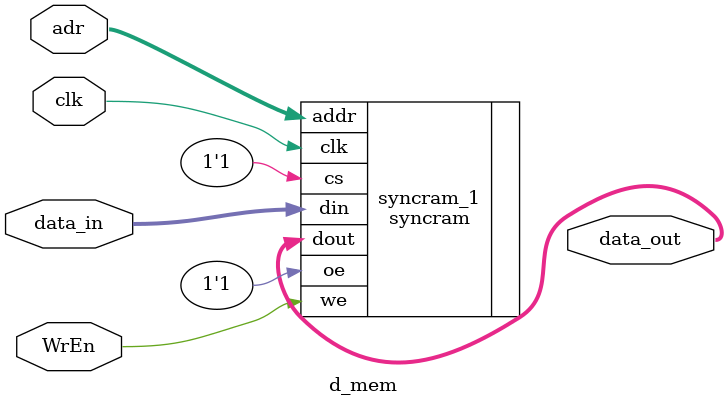
<source format=v>

module d_mem(
    clk, //falling edge triggered
    data_in,
    data_out,
    adr,
    WrEn
);

    //~~~~~~~~~~Parameters~~~~~~~~~~
    parameter DATA_WIDTH = 32;
    parameter ADDR_WIDTH = 32;

    //~~~~~~~~~~Inputs~~~~~~~~~~
    input clk;
    input WrEn;
    input [DATA_WIDTH-1:0] data_in;
    input [ADDR_WIDTH-1:0] adr;

    //~~~~~~~~~~Outputs~~~~~~~~~~
    output [DATA_WIDTH-1:0] data_out;

    //~~~~~~~~~~Functions~~~~~~~~~~
    syncram syncram_1 (
        .clk (clk),
        .cs (1'b1),
        .oe (1'b1),
        .we (WrEn),
        .addr (adr),
        .din (data_in),
        .dout (data_out)
    );

endmodule
</source>
